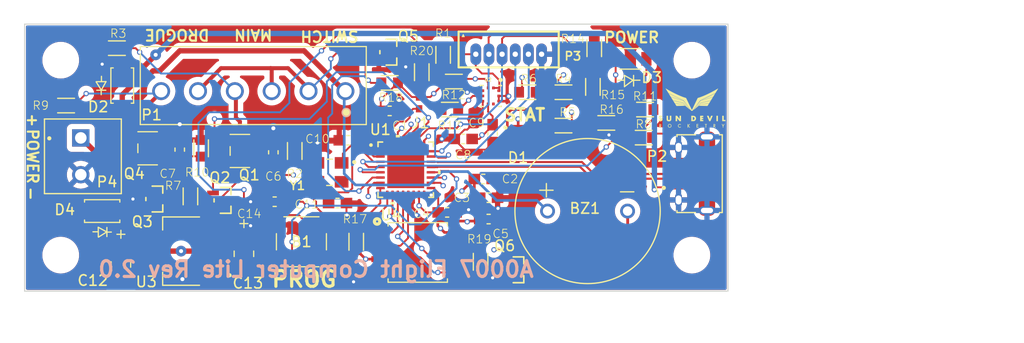
<source format=kicad_pcb>
(kicad_pcb (version 20221018) (generator pcbnew)
  (layers (0 "F.Cu" signal) (1 "In1.Cu" signal) (2 "In2.Cu" signal) (31 "B.Cu" signal) (34 "B.Paste" user) (35 "F.Paste" user) (36 "B.SilkS" user "B.Silkscreen") (37 "F.SilkS" user "F.Silkscreen") (38 "B.Mask" user) (39 "F.Mask" user) (44 "Edge.Cuts" user))
  (net 0 "")
  (net 1 "Net-(BZ1-Pad2)")
  (net 3 "NRST")
  (net 5 "Earth")
  (net 6 "Net-(D3-Pad1)")
  (net 7 "PROG")
  (net 8 "Net-(D4-Pad2)")
  (net 9 "BEEP")
  (net 10 "3.3V")
  (net 11 "VIN")
  (net 12 "Net-(P1-Pad4)")
  (net 13 "OSC_IN")
  (net 14 "OSC_OUT")
  (net 15 "Net-(P1-Pad6)")
  (net 16 "5V")
  (net 17 "DROGUE")
  (net 18 "MAIN")
  (net 19 "Net-(D1-Pad2)")
  (net 20 "Net-(D1-Pad3)")
  (net 21 "Net-(D1-Pad4)")
  (net 22 "USB_D-")
  (net 23 "USB_D+")
  (net 27 "BOOT")
  (net 28 "SWDIO")
  (net 29 "SWCLK")
  (net 31 "SWO")
  (net 32 "VIN_SW")
  (net 35 "STATUS_B")
  (net 36 "STATUS_G")
  (net 37 "STATUS_R")
  (net 38 "~{FLASH_SS}")
  (net 39 "USB_DETECT")
  (net 40 "FLASH_SCK")
  (net 41 "~{SWITCH}")
  (net 42 "BP_SCL")
  (net 43 "BP_SDA")
  (net 44 "~{MAIN_CONT}")
  (net 45 "~{DROGUE_CONT}")
  (net 47 "FLASH_MISO")
  (net 48 "FLASH_MOSI")
  (footprint "Flight-Computer:SML-LX1206GC-TR" (layer "F.Cu") (at 208.407 88.392 180)
    (fp_text reference "D3")
    (fp_text value "SML-LX1206GC-TR" hide)
  )
  (footprint "Flight-Computer-Lite:logo_small" (layer "F.Cu") (at 214.249 92.964)
    (fp_text reference "LOGO1" hide)
    (fp_text value "Logo" hide)
  )
  (footprint "Flight-Computer-Lite:CAP_0603" (layer "F.Cu") (at 185.547 93.345)
    (fp_text reference "C1")
    (fp_text value "0.1uF")
  )
  (footprint "Flight-Computer-Lite:RES_0603" (layer "F.Cu") (at 185.547 90.678)
    (fp_text reference "R18")
    (fp_text value "10k")
  )
  (footprint "Flight-Computer-Lite:CLMVC-FKA-CL1D1L71BB7C3C3" (layer "F.Cu") (at 198.501 95.631)
    (fp_text reference "D1")
    (fp_text value "CLMVC-FKA-CL1D1L71BB7C3C3")
  )
  (footprint "Flight-Computer-Lite:RES_0603" (layer "F.Cu") (at 182.372 105.791 -90)
    (fp_text reference "R17")
    (fp_text value "10k")
  )
  (footprint "Flight-Computer-Lite:53047-0610" (layer "F.Cu") (at 196.85 87.953 180)
    (fp_text reference "P3")
    (fp_text value "0530470610")
  )
  (footprint "Flight-Computer-Lite:1984659" (layer "F.Cu") (at 181.343152 91.464401 180)
    (fp_text reference "P1")
    (fp_text value "CONN_1984659_PXC" hide)
  )
  (footprint "Flight-Computer-Lite:SM5819PL-TP" (layer "F.Cu") (at 160.147 90.932 90)
    (fp_text reference "D2")
    (fp_text value "SM5819PL-TP" hide)
  )
  (footprint "Flight-Computer-Lite:T491A106K010AT" (layer "F.Cu") (at 171.704 106.934 -90)
    (fp_text reference "C13")
    (fp_text value "10uF" hide)
  )
  (footprint "Flight-Computer-Lite:CAP_0603" (layer "F.Cu") (at 174.498 97.282 90)
    (fp_text reference "C6")
    (fp_text value "1uF")
  )
  (footprint "Flight-Computer-Lite:CAP_0603" (layer "F.Cu") (at 195.326 95.504 -90)
    (fp_text reference "C9")
    (fp_text value "0.1uF")
  )
  (footprint "Flight-Computer-Lite:CAP_0603" (layer "F.Cu") (at 191.008 102.997)
    (fp_text reference "C4")
    (fp_text value "0.01uF")
  )
  (footprint "Flight-Computer-Lite:ECS-240-18-33-JGN-TR" (layer "F.Cu") (at 179.832 99.187 180)
    (fp_text reference "Y1")
    (fp_text value "ECS-240-18-33-JGN-TR")
  )
  (footprint "Flight-Computer-Lite:2N7002W-7-F" (layer "F.Cu") (at 197.485 108.458 -90)
    (fp_text reference "Q6")
    (fp_text value "2N7002W-7-F")
  )
  (footprint "Flight-Computer-Lite:CAP_0603" (layer "F.Cu") (at 180.594 102.108)
    (fp_text reference "C11")
    (fp_text value "8pF")
  )
  (footprint "Flight-Computer-Lite:MountingHole_3mm" (layer "F.Cu") (at 214.249 107.061)
    (fp_text reference "H2" hide)
    (fp_text value "Mounting-Hole" hide)
  )
  (footprint "Flight-Computer-Lite:2N7002W-7-F" (layer "F.Cu") (at 169.672 101.854 -90)
    (fp_text reference "Q2")
    (fp_text value "2N7002W-7-F")
  )
  (footprint "Flight-Computer-Lite:RES_0603" (layer "F.Cu") (at 176.53 97.155 -90)
    (fp_text reference "R2")
    (fp_text value "100k")
  )
  (footprint "Flight-Computer-Lite:CAP_0603" (layer "F.Cu") (at 194.945 103.632)
    (fp_text reference "C5")
    (fp_text value "1uF")
  )
  (footprint "Flight-Computer-Lite:MountingHole_3mm" (layer "F.Cu") (at 154.305 107.061)
    (fp_text reference "H3" hide)
    (fp_text value "Mounting-Hole")
  )
  (footprint "Flight-Computer-Lite:2N7002W-7-F" (layer "F.Cu") (at 185.42 87.757 -90)
    (fp_text reference "Q5")
    (fp_text value "2N7002W-7-F")
  )
  (footprint "Flight-Computer-Lite:10118194-0001LF" (layer "F.Cu") (at 215.6835 99.314 90)
    (fp_text reference "P2")
    (fp_text value "USB")
  )
  (footprint "Flight-Computer-Lite:SST25VF040B-50-4I-S2AE-T" (layer "F.Cu") (at 188.214 106.807)
    (fp_text reference "U4")
    (fp_text value "SST25VF040B-50-4I-S2AE-T" hide)
  )
  (footprint "Flight-Computer-Lite:SM5819PL-TP" (layer "F.Cu") (at 158.242 102.87 180)
    (fp_text reference "D4")
    (fp_text value "SM5819PL-TP" hide)
  )
  (footprint "Flight-Computer-Lite:Jumper-NO" (layer "F.Cu") (at 188.341 92.583 -90)
    (fp_text reference "J1")
    (fp_text value "Jumper_NO" hide)
  )
  (footprint "Flight-Computer-Lite:RES_0603" (layer "F.Cu") (at 202.057 94.742 180)
    (fp_text reference "R5")
    (fp_text value "82")
  )
  (footprint "Flight-Computer-Lite:RES_0603" (layer "F.Cu") (at 204.978 87.376 -90)
    (fp_text reference "R14")
    (fp_text value "100k")
  )
  (footprint "Flight-Computer-Lite:RES_0603" (layer "F.Cu") (at 191.643 90.551 180)
    (fp_text reference "R12")
    (fp_text value "4.7k")
  )
  (footprint "Flight-Computer-Lite:BMP390" (layer "F.Cu") (at 195.199 91.948)
    (fp_text reference "U2")
    (fp_text value "BMP390")
  )
  (footprint "Flight-Computer-Lite:QS5U17TR" (layer "F.Cu") (at 162.56 96.901 180)
    (fp_text reference "Q4")
    (fp_text value "QS5U17TR" hide)
  )
  (footprint "Flight-Computer-Lite:2N7002W-7-F" (layer "F.Cu") (at 163.195 101.727 -90)
    (fp_text reference "Q3")
    (fp_text value "2N7002W-7-F")
  )
  (footprint "Flight-Computer-Lite:RES_0603" (layer "F.Cu") (at 198.628 91.567)
    (fp_text reference "R6")
    (fp_text value "280")
  )
  (footprint "Flight-Computer-Lite:MountingHole_3mm" (layer "F.Cu") (at 214.249 88.519)
    (fp_text reference "H1" hide)
    (fp_text value "Mounting-Hole")
  )
  (footprint "Flight-Computer-Lite:PTS647SM38SMTR2LFS" (layer "F.Cu") (at 177.165 105.791)
    (fp_text reference "B1")
    (fp_text value "PTS647SM38SMTR2LFS" hide)
  )
  (footprint "Flight-Computer-Lite:RES_0603" (layer "F.Cu") (at 194.183 107.696 90)
    (fp_text reference "R19")
    (fp_text value "10k")
  )
  (footprint "Flight-Computer-Lite:1546551-2" (layer "F.Cu") (at 156.21 97.663 -90)
    (fp_text reference "P4")
    (fp_text value "1546551-2")
  )
  (footprint "Flight-Computer-Lite:QS5U17TR" (layer "F.Cu") (at 171.323 97.155 180)
    (fp_text reference "Q1")
    (fp_text value "QS5U17TR" hide)
  )
  (footprint "Flight-Computer-Lite:AT-1438-TWT-R" (layer "F.Cu") (at 204.343 102.87)
    (fp_text reference "BZ1")
    (fp_text value "AT-1438-TWT-R")
  )
  (footprint "Flight-Computer-Lite:RES_0603" (layer "F.Cu") (at 206.121 94.488)
    (fp_text reference "R16")
    (fp_text value "240")
  )
  (footprint "Flight-Computer-Lite:CAP_0603" (layer "F.Cu") (at 194.437 99.822)
    (fp_text reference "C2")
    (fp_text value "0.1uF")
  )
  (footprint "Flight-Computer-Lite:RES_0603" (layer "F.Cu") (at 209.677 95.885)
    (fp_text reference "R8")
    (fp_text value "10k")
  )
  (footprint "Flight-Computer-Lite:T491A106K010AT" (layer "F.Cu") (at 160.02 107.95 -90)
    (fp_text reference "C12")
    (fp_text value "10uF" hide)
  )
  (footprint "Flight-Computer-Lite:CAP_0603" (layer "F.Cu") (at 192.532 96.012 180)
    (fp_text reference "C8")
    (fp_text value "0.1uF")
  )
  (footprint "Flight-Computer-Lite:CAP_0603" (layer "F.Cu") (at 181.61 96.139 180)
    (fp_text reference "C10")
    (fp_text value "8pF")
  )
  (footprint "Flight-Computer-Lite:RES_0603" (layer "F.Cu") (at 159.639 87.376)
    (fp_text reference "R3")
    (fp_text value "10k")
  )
  (footprint "Flight-Computer-Lite:LMS8117AMP-3.3NOPB" (layer "F.Cu") (at 165.735 106.68 180)
    (fp_text reference "U3")
    (fp_text value "LMS8117AMP-3.3_NOPB")
  )
  (footprint "Flight-Computer-Lite:RES_0603" (layer "F.Cu") (at 191.262 93.218 180)
    (fp_text reference "R13")
    (fp_text value "4.7k")
  )
  (footprint "Flight-Computer-Lite:RES_0603" (layer "F.Cu") (at 167.64 96.901 -90)
    (fp_text reference "R10")
    (fp_text value "100k")
  )
  (footprint "Flight-Computer-Lite:RES_0603" (layer "F.Cu") (at 204.851 91.059 -90)
    (fp_text reference "R15")
    (fp_text value "100k")
  )
  (footprint "Flight-Computer-Lite:RES_0603" (layer "F.Cu") (at 190.627 88.011 -90)
    (fp_text reference "R1")
    (fp_text value "10k")
  )
  (footprint "Flight-Computer-Lite:RES_0603" (layer "F.Cu") (at 166.624 101.473 -90)
    (fp_text reference "R7")
    (fp_text value "10k")
  )
  (footprint "Flight-Computer-Lite:RES_0603" (layer "F.Cu") (at 202.057 91.567)
    (fp_text reference "R4")
    (fp_text value "68")
  )
  (footprint "Flight-Computer-Lite:CAP_0603" (layer "F.Cu") (at 194.945 101.6)
    (fp_text reference "C3")
    (fp_text value "4.7uF")
  )
  (footprint "Flight-Computer-Lite:RES_0603" (layer "F.Cu") (at 209.804 93.218)
    (fp_text reference "R11")
    (fp_text value "20k")
  )
  (footprint "Flight-Computer-Lite:CAP_0603" (layer "F.Cu") (at 165.608 97.028 90)
    (fp_text reference "C7")
    (fp_text value "1uF")
  )
  (footprint "Flight-Computer-Lite:STM32G4A1KEU6" (layer "F.Cu") (at 187.071 98.933)
    (fp_text reference "U1")
    (fp_text value "STM32G4A1KEU6")
  )
  (footprint "Flight-Computer-Lite:CAP_0603" (layer "F.Cu") (at 174.625 101.981 180)
    (fp_text reference "C14")
    (fp_text value "0.1uF")
  )
  (footprint "Flight-Computer-Lite:RES_0603" (layer "F.Cu") (at 188.595 89.662 90)
    (fp_text reference "R20")
    (fp_text value "10k")
  )
  (footprint "Flight-Computer-Lite:MountingHole_3mm" (layer "F.Cu") (at 154.305 88.519)
    (fp_text reference "H4" hide)
    (fp_text value "Mounting-Hole" hide)
  )
  (footprint "Flight-Computer-Lite:RES_0603" (layer "F.Cu") (at 154.813 92.837)
    (fp_text reference "R9")
    (fp_text value "10k")
  )
  (gr_line (start 217.678 110.49) (end 150.876 110.49) (stroke (width 0.1)) (layer "Edge.Cuts"))
  (gr_line (start 150.876 85.09) (end 217.678 85.09) (stroke (width 0.1)) (layer "Edge.Cuts"))
  (gr_line (start 150.876 110.49) (end 150.876 85.09) (stroke (width 0.1)) (layer "Edge.Cuts"))
  (gr_line (start 217.678 85.09) (end 217.678 110.49) (stroke (width 0.1)) (layer "Edge.Cuts"))
  (gr_text "A0007 Flight Computer Lite Rev 2.0" (at 199.39 108.4072) (layer "B.SilkS") (effects (font (size 1.5 1.5) (thickness 0.3)) (justify left mirror)))
  (gr_text "PROG" (at 177.419 109.347) (layer "F.SilkS") (effects (font (size 1.5 1.5) (thickness 0.3))))
  (gr_text "DROGUE" (at 165.354 86.106 180) (layer "F.SilkS") (effects (font (size 1.016 1.016) (thickness 0.2032))))
  (gr_text "POWER" (at 208.534 86.36) (layer "F.SilkS") (effects (font (size 1.016 1.016) (thickness 0.2032))))
  (gr_text "STAT" (at 198.374 93.726) (layer "F.SilkS") (effects (font (size 1.143 1.143) (thickness 0.254))))
  (gr_text "MAIN" (at 172.593 86.106 180) (layer "F.SilkS") (effects (font (size 1.016 1.016) (thickness 0.2032))))
  (gr_text "SWITCH" (at 179.832 86.233 180) (layer "F.SilkS") (effects (font (size 1.016 1.016) (thickness 0.2032))))
  (gr_text "+" (at 151.638 94.234 270) (layer "F.SilkS") (effects (font (size 1.016 1.016) (thickness 0.2032))))
  (gr_text "-" (at 151.511 101.219 270) (layer "F.SilkS") (effects (font (size 1.016 1.016) (thickness 0.2032))))
  (gr_text "POWER" (at 151.638 97.663 270) (layer "F.SilkS") (effects (font (size 1.016 1.016) (thickness 0.2032))))
  (segment (start 204.724 108.458) (end 208.153 105.029) (width 0.2667) (layer "F.Cu") (net 1))
  (segment (start 208.153 105.029) (end 208.153 102.87) (width 0.2667) (layer "F.Cu") (net 1))
  (segment (start 198.385 108.458) (end 204.724 108.458) (width 0.2667) (layer "F.Cu") (net 1))
  (segment (start 183.518937 98.682937) (end 183.007 98.171) (width 0.1778) (layer "F.Cu") (net 3))
  (segment (start 184.6707 98.682937) (end 183.518937 98.682937) (width 0.1778) (layer "F.Cu") (net 3))
  (via (at 183.007 98.171) (size 0.499999) (drill 0.299974) (layers "F.Cu" "B.Cu") (net 3))
  (segment (start 198.755 92.075) (end 192.659 98.171) (width 0.1778) (layer "B.Cu") (net 3))
  (segment (start 198.755 87.884) (end 198.755 92.075) (width 0.1778) (layer "B.Cu") (net 3))
  (segment (start 192.659 98.171) (end 183.007 98.171) (width 0.1778) (layer "B.Cu") (net 3))
  (segment (start 168.771999 102.554001) (end 170.626001 102.554001) (width 0.1778) (layer "F.Cu") (net 5))
  (segment (start 185.293 94.488) (end 185.293 96.266) (width 0.1778) (layer "F.Cu") (net 5))
  (segment (start 187.071 89.154) (end 187.071 89.027) (width 0.1778) (layer "F.Cu") (net 5))
  (segment (start 191.682 96.012) (end 191.682 96.051) (width 0.1778) (layer "F.Cu") (net 5))
  (segment (start 186.563 88.519) (end 184.785 88.519) (width 0.1778) (layer "F.Cu") (net 5))
  (segment (start 205.331 95.349) (end 205.613 95.631) (width 0.1778) (layer "F.Cu") (net 5))
  (segment (start 154.023 92.837) (end 154.023 97.381) (width 0.1778) (layer "F.Cu") (net 5))
  (segment (start 184.5691 108.712) (end 183.007 108.712) (width 0.254) (layer "F.Cu") (net 5))
  (segment (start 172.339 104.267) (end 174.117 104.267) (width 0.1778) (layer "F.Cu") (net 5))
  (segment (start 158.849 88.293) (end 158.242 88.9) (width 0.1778) (layer "F.Cu") (net 5))
  (segment (start 209.014 94.008) (end 207.391 95.631) (width 0.1778) (layer "F.Cu") (net 5))
  (segment (start 194.183 108.486) (end 194.211 108.486) (width 0.1778) (layer "F.Cu") (net 5))
  (segment (start 174.498 96.432) (end 175.387 96.432) (width 0.1778) (layer "F.Cu") (net 5))
  (segment (start 160.02 109.2708) (end 165.7858 109.2708) (width 0.381) (layer "F.Cu") (net 5))
  (segment (start 195.795 102.655) (end 195.795 103.466) (width 0.254) (layer "F.Cu") (net 5))
  (segment (start 195.795 100.291) (end 195.58 100.076) (width 0.254) (layer "F.Cu") (net 5))
  (segment (start 165.9382 109.2708) (end 168.0972 109.2708) (width 0.381) (layer "F.Cu") (net 5))
  (segment (start 189.4713 101.3333) (end 189.484 101.346) (width 0.1778) (layer "F.Cu") (net 5))
  (segment (start 178.689 96.393) (end 178.717 96.365) (width 0.1778) (layer "F.Cu") (net 5))
  (segment (start 195.795 101.6) (end 195.795 100.291) (width 0.254) (layer "F.Cu") (net 5))
  (segment (start 166.585 96.178) (end 167.601 96.178) (width 0.1778) (layer "F.Cu") (net 5))
  (segment (start 187.821189 102.065811) (end 187.706 102.181) (width 0.254) (layer "F.Cu") (net 5))
  (segment (start 188.087 102.924001) (end 188.087 103.251) (width 0.254) (layer "F.Cu") (net 5))
  (segment (start 175.387 96.432) (end 175.475 96.432) (width 0.1778) (layer "F.Cu") (net 5))
  (segment (start 162.294999 102.427001) (end 161.863001 102.427001) (width 0.1778) (layer "F.Cu") (net 5))
  (segment (start 195.326 109.22) (end 196.342 109.22) (width 0.1778) (layer "F.Cu") (net 5))
  (segment (start 195.9112 91.9226) (end 195.9112 92.2792) (width 0.1778) (layer "F.Cu") (net 5))
  (segment (start 194.691 97.028) (end 194.945 96.774) (width 0.1778) (layer "F.Cu") (net 5))
  (segment (start 186.397 92.368) (end 186.436 92.329) (width 0.1778) (layer "F.Cu") (net 5))
  (segment (start 173.736 97.155) (end 174.498 96.393) (width 0.381) (layer "F.Cu") (net 5))
  (segment (start 196.85 91.948) (end 196.723 91.9226) (width 0.1778) (layer "F.Cu") (net 5))
  (segment (start 178.717 96.365) (end 180.312 96.365) (width 0.1778) (layer "F.Cu") (net 5))
  (segment (start 170.626001 102.554001) (end 172.339 104.267) (width 0.1778) (layer "F.Cu") (net 5))
  (segment (start 180.312 96.365) (end 180.34 96.393) (width 0.1778) (layer "F.Cu") (net 5))
  (segment (start 168.0972 109.2708) (end 168.275 109.093) (width 0.381) (layer "F.Cu") (net 5))
  (segment (start 186.436 92.329) (end 186.397 92.29) (width 0.1778) (layer "F.Cu") (net 5))
  (segment (start 158.849 87.376) (end 158.849 88.293) (width 0.1778) (layer "F.Cu") (net 5))
  (segment (start 176.53 96.365) (end 178.661 96.365) (width 0.1778) (layer "F.Cu") (net 5))
  (segment (start 165.608 96.178) (end 166.585 96.178) (width 0.1778) (layer "F.Cu") (net 5))
  (segment (start 183.007 108.712) (end 182.118 109.601) (width 0.254) (layer "F.Cu") (net 5))
  (segment (start 172.59935 97.155) (end 173.736 97.155) (width 0.381) (layer "F.Cu") (net 5))
  (segment (start 207.391 95.631) (end 206.375 95.631) (width 0.1778) (layer "F.Cu") (net 5))
  (segment (start 187.706 102.181) (end 187.706 102.543001) (width 0.254) (layer "F.Cu") (net 5))
  (segment (start 196.6722 91.9226) (end 196.85 91.948) (width 0.1778) (layer "F.Cu") (net 5))
  (segment (start 192.786 102.997) (end 193.04 102.743) (width 0.254) (layer "F.Cu") (net 5))
  (segment (start 194.3862 92.4226) (end 194.3862 93.6498) (width 0.1778) (layer "F.Cu") (net 5))
  (segment (start 194.3862 91.4226) (end 193.1844 91.4226) (width 0.1778) (layer "F.Cu") (net 5))
  (segment (start 192.659 97.028) (end 194.691 97.028) (width 0.1778) (layer "F.Cu") (net 5))
  (segment (start 186.397 93.345) (end 186.397 92.368) (width 0.1778) (layer "F.Cu") (net 5))
  (segment (start 196.723 91.9226) (end 196.6976 91.9226) (width 0.1778) (layer "F.Cu") (net 5))
  (segment (start 206.375 95.631) (end 205.613 95.631) (width 0.1778) (layer "F.Cu") (net 5))
  (segment (start 187.071 89.027) (end 186.563 88.519) (width 0.1778) (layer "F.Cu") (net 5))
  (segment (start 188.496 90.452) (end 187.198 89.154) (width 0.1778) (layer "F.Cu") (net 5))
  (segment (start 192.913 95.123) (end 192.659 95.123) (width 0.1778) (layer "F.Cu") (net 5))
  (segment (start 194.3862 93.6498) (end 192.913 95.123) (width 0.1778) (layer "F.Cu") (net 5))
  (segment (start 168.635 108.98) (end 170.674 108.98) (width 0.508) (layer "F.Cu") (net 5))
  (segment (start 167.601 96.178) (end 167.64 96.139) (width 0.1778) (layer "F.Cu") (net 5))
  (segment (start 194.211 108.486) (end 194.945 109.22) (width 0.1778) (layer "F.Cu") (net 5))
  (segment (start 170.674 108.98) (end 171.196 108.458) (width 0.508) (layer "F.Cu") (net 5))
  (segment (start 194.945 109.22) (end 195.326 109.22) (width 0.1778) (layer "F.Cu") (net 5))
  (segment (start 192.659 95.123) (end 192.024 95.758) (width 0.1778) (layer "F.Cu") (net 5))
  (segment (start 188.595 90.452) (end 188.496 90.452) (width 0.1778) (layer "F.Cu") (net 5))
  (segment (start 176.745 96.432) (end 176.784 96.393) (width 0.1778) (layer "F.Cu") (net 5))
  (segment (start 161.863001 102.427001) (end 161.163 101.727) (width 0.1778) (layer "F.Cu") (net 5))
  (segment (start 195.795 101.6) (end 195.795 102.577) (width 0.254) (layer "F.Cu") (net 5))
  (segment (start 173.775 101.981) (end 172.339 101.981) (width 0.1778) (layer "F.Cu") (net 5))
  (segment (start 163.83635 96.901) (end 164.973 96.901) (width 0.381) (layer "F.Cu") (net 5))
  (segment (start 175.387 96.432) (end 176.237 96.432) (width 0.1778) (layer "F.Cu") (net 5))
  (segment (start 186.397 92.29) (end 186.397 92.241) (width 0.1778) (layer "F.Cu") (net 5))
  (segment (start 154.023 97.381) (end 155.956 99.314) (width 0.1778) (layer "F.Cu") (net 5))
  (segment (start 187.821189 101.3333) (end 187.821189 102.065811) (width 0.254) (layer "F.Cu") (net 5))
  (segment (start 174.498 96.393) (end 174.498 94.996) (width 0.381) (layer "F.Cu") (net 5))
  (segment (start 205.331 94.488) (end 205.331 95.349) (width 0.1778) (layer "F.Cu") (net 5))
  (segment (start 186.397 93.345) (end 186.397 93.384) (width 0.1778) (layer "F.Cu") (net 5))
  (segment (start 191.858 102.997) (end 192.786 102.997) (width 0.254) (layer "F.Cu") (net 5))
  (segment (start 164.973 96.901) (end 165.608 96.266) (width 0.381) (layer "F.Cu") (net 5))
  (segment (start 186.397 93.384) (end 185.293 94.488) (width 0.1778) (layer "F.Cu") (net 5))
  (segment (start 195.834 102.616) (end 195.795 102.655) (width 0.254) (layer "F.Cu") (net 5))
  (segment (start 191.682 96.012) (end 190.5 96.012) (width 0.1778) (layer "F.Cu") (net 5))
  (segment (start 193.1844 91.4226) (end 192.913 91.567) (width 0.1778) (layer "F.Cu") (net 5))
  (segment (start 188.821441 101.3333) (end 189.4713 101.3333) (width 0.1778) (layer "F.Cu") (net 5))
  (segment (start 178.661 96.365) (end 178.689 96.393) (width 0.1778) (layer "F.Cu") (net 5))
  (segment (start 195.795 102.577) (end 195.834 102.616) (width 0.254) (layer "F.Cu") (net 5))
  (segment (start 209.014 93.218) (end 209.014 94.008) (width 0.1778) (layer "F.Cu") (net 5))
  (segment (start 192.913 91.567) (end 193.04 91.567) (width 0.1778) (layer "F.Cu") (net 5))
  (segment (start 195.9112 91.9226) (end 196.6722 91.9226) (width 0.1778) (layer "F.Cu") (net 5))
  (segment (start 187.198 89.154) (end 187.071 89.154) (width 0.1778) (layer "F.Cu") (net 5))
  (segment (start 181.444 102.108) (end 181.444 103.212) (width 0.1778) (layer "F.Cu") (net 5))
  (segment (start 187.706 102.543001) (end 188.087 102.924001) (width 0.254) (layer "F.Cu") (net 5))
  (segment (start 165.862 109.347) (end 165.9382 109.2708) (width 0.381) (layer "F.Cu") (net 5))
  (segment (start 195.795 103.466) (end 195.834 103.505) (width 0.254) (layer "F.Cu") (net 5))
  (segment (start 191.682 96.051) (end 192.659 97.028) (width 0.1778) (layer "F.Cu") (net 5))
  (segment (start 165.608 96.266) (end 165.608 94.615) (width 0.381) (layer "F.Cu") (net 5))
  (segment (start 165.7858 109.2708) (end 165.862 109.347) (width 0.381) (layer "F.Cu") (net 5))
  (segment (start 181.444 103.212) (end 181.483 103.251) (width 0.1778) (layer "F.Cu") (net 5))
  (via (at 161.163 101.727) (size 0.499999) (drill 0.299974) (layers "F.Cu" "B.Cu") (net 5))
  (via (at 196.85 91.948) (size 0.499999) (drill 0.299974) (layers "F.Cu" "B.Cu") (net 5))
  (via (at 181.483 103.251) (size 0.499999) (drill 0.299974) (layers "F.Cu" "B.Cu") (net 5))
  (via (at 189.484 101.346) (size 0.499999) (drill 0.299974) (layers "F.Cu" "B.Cu") (net 5))
  (via (at 193.04 102.743) (size 0.499999) (drill 0.299974) (layers "F.Cu" "B.Cu") (net 5))
  (via (at 190.5 96.012) (size 0.499999) (drill 0.299974) (layers "F.Cu" "B.Cu") (net 5))
  (via (at 174.498 94.996) (size 1.016) (drill 0.381) (layers "F.Cu" "B.Cu") (net 5))
  (via (at 182.118 109.601) (size 0.499999) (drill 0.299974) (layers "F.Cu" "B.Cu") (net 5))
  (via (at 186.436 92.329) (size 0.499999) (drill 0.299974) (layers "F.Cu" "B.Cu") (net 5))
  (via (at 192.913 91.567) (size 0.499999) (drill 0.299974) (layers "F.Cu" "B.Cu") (net 5))
  (via (at 187.071 89.154) (size 0.499999) (drill 0.299974) (layers "F.Cu" "B.Cu") (net 5))
  (via (at 172.339 101.981) (size 0.499999) (drill 0.299974) (layers "F.Cu" "B.Cu") (net 5))
  (via (at 165.862 109.347) (size 1.016) (drill 0.381) (layers "F.Cu" "B.Cu") (net 5))
  (via (at 195.326 109.22) (size 0.499999) (drill 0.299974) (layers "F.Cu" "B.Cu") (net 5))
  (via (at 178.689 96.393) (size 0.499999) (drill 0.299974) (layers "F.Cu" "B.Cu") (net 5))
  (via (at 206.375 95.631) (size 0.499999) (drill 0.299974) (layers "F.Cu" "B.Cu") (net 5))
  (via (at 188.087 103.251) (size 0.499999) (drill 0.299974) (layers "F.Cu" "B.Cu") (net 5))
  (via (at 165.608 94.615) (size 1.016) (drill 0.381) (layers "F.Cu" "B.Cu") (net 5))
  (via (at 158.242 88.9) (size 0.499999) (drill 0.299974) (layers "F.Cu" "B.Cu") (net 5))
  (via (at 172.339 104.267) (size 0.499999) (drill 0.299974) (layers "F.Cu" "B.Cu") (net 5))
  (via (at 195.834 102.616) (size 0.499999) (drill 0.299974) (layers "F.Cu" "B.Cu") (net 5))
  (segment (start 209.931 89.916) (end 209.931 88.646) (width 0.1778) (layer "F.Cu") (net 6))
  (segment (start 206.911 94.488) (end 206.911 92.936) (width 0.1778) (layer "F.Cu") (net 6))
  (segment (start 206.911 92.936) (end 209.931 89.916) (width 0.1778) (layer "F.Cu") (net 6))
  (segment (start 176.276 106.807) (end 176.276 105.791) (width 0.1778) (layer "F.Cu") (net 7))
  (segment (start 190.365126 99.06) (end 191.135 99.06) (width 0.1778) (layer "F.Cu") (net 7))
  (segment (start 189.4713 99.183063) (end 190.242063 99.183063) (width 0.1778) (layer "F.Cu") (net 7))
  (segment (start 191.135 99.06) (end 191.897 99.822) (width 0.1778) (layer "F.Cu") (net 7))
  (segment (start 177.292 101.981) (end 177.673 102.362) (width 0.1778) (layer "F.Cu") (net 7))
  (segment (start 174.465 107.390999) (end 175.692001 107.390999) (width 0.1778) (layer "F.Cu") (net 7))
  (segment (start 175.475 101.981) (end 177.292 101.981) (width 0.1778) (layer "F.Cu") (net 7))
  (segment (start 190.242063 99.183063) (end 190.365126 99.06) (width 0.1778) (layer "F.Cu") (net 7))
  (segment (start 175.692001 107.390999) (end 176.276 106.807) (width 0.1778) (layer "F.Cu") (net 7))
  (via (at 176.276 105.791) (size 0.499999) (drill 0.299974) (layers "F.Cu" "B.Cu") (net 7))
  (via (at 177.673 102.362) (size 0.499999) (drill 0.299974) (layers "F.Cu" "B.Cu") (net 7))
  (via (at 191.897 99.822) (size 0.499999) (drill 0.299974) (layers "F.Cu" "B.Cu") (net 7))
  (segment (start 191.897 99.822) (end 191.897 100.711) (width 0.1778) (layer "B.Cu") (net 7))
  (segment (start 185.674 102.362) (end 177.673 102.362) (width 0.1778) (layer "B.Cu") (net 7))
  (segment (start 176.276 103.759) (end 176.276 105.791) (width 0.1778) (layer "B.Cu") (net 7))
  (segment (start 191.897 100.711) (end 188.468 104.14) (width 0.1778) (layer "B.Cu") (net 7))
  (segment (start 187.452 104.14) (end 185.674 102.362) (width 0.1778) (layer "B.Cu") (net 7))
  (segment (start 177.673 102.362) (end 176.276 103.759) (width 0.1778) (layer "B.Cu") (net 7))
  (segment (start 188.468 104.14) (end 187.452 104.14) (width 0.1778) (layer "B.Cu") (net 7))
  (segment (start 156.4005 102.87) (end 157.099 102.87) (width 0.508) (layer "F.Cu") (net 8))
  (segment (start 157.988 97.663) (end 156.337 96.012) (width 0.508) (layer "F.Cu") (net 8))
  (segment (start 157.099 102.87) (end 157.988 101.981) (width 0.508) (layer "F.Cu") (net 8))
  (segment (start 157.988 101.981) (end 157.988 97.663) (width 0.508) (layer "F.Cu") (net 8))
  (segment (start 184.6707 100.183315) (end 184.072326 100.183315) (width 0.1778) (layer "F.Cu") (net 9))
  (segment (start 195.453 106.553) (end 196.215 106.553) (width 0.1778) (layer "F.Cu") (net 9))
  (segment (start 184.072326 100.183315) (end 183.515 100.740641) (width 0.1778) (layer "F.Cu") (net 9))
  (segment (start 196.596 106.934) (end 196.596 107.696) (width 0.1778) (layer "F.Cu") (net 9))
  (segment (start 183.515 100.740641) (end 183.515 101.473) (width 0.1778) (layer "F.Cu") (net 9))
  (segment (start 196.215 106.553) (end 196.596 106.934) (width 0.1778) (layer "F.Cu") (net 9))
  (via (at 183.515 101.473) (size 0.499999) (drill 0.299974) (layers "F.Cu" "B.Cu") (net 9))
  (via (at 195.453 106.553) (size 0.499999) (drill 0.299974) (layers "F.Cu" "B.Cu") (net 9))
  (segment (start 184.785 92.202) (end 184.785 92.202) (width 0.1778) (layer "F.Cu") (net 10))
  (segment (start 187.6552 92.0242) (end 186.69 91.059) (width 0.1778) (layer "F.Cu") (net 10))
  (segment (start 194.437 95.631) (end 195.072 94.996) (width 0.1778) (layer "F.Cu") (net 10))
  (segment (start 191.8589 106.0831) (end 191.77 106.172) (width 0.254) (layer "F.Cu") (net 10))
  (segment (start 189.738 91.694) (end 189.738 91.694) (width 0.1778) (layer "F.Cu") (net 10))
  (segment (start 194.095 101.6) (end 194.095 103.593) (width 0.254) (layer "F.Cu") (net 10))
  (segment (start 188.341 92.0242) (end 189.4078 92.0242) (width 0.1778) (layer "F.Cu") (net 10))
  (segment (start 190.754 104.902) (end 190.373 104.521) (width 0.254) (layer "F.Cu") (net 10))
  (segment (start 167.767 103.378) (end 170.434 103.378) (width 0.1778) (layer "F.Cu") (net 10))
  (segment (start 193.725 87.953) (end 193.725 89.204) (width 0.1778) (layer "F.Cu") (net 10))
  (segment (start 166.624 102.263) (end 166.652 102.263) (width 0.1778) (layer "F.Cu") (net 10))
  (segment (start 207.01 91.186) (end 207.01 89.916) (width 0.1778) (layer "F.Cu") (net 10))
  (segment (start 206.403 88.166) (end 206.629 88.392) (width 0.1778) (layer "F.Cu") (net 10))
  (segment (start 184.785 92.202) (end 185.928 91.059) (width 0.1778) (layer "F.Cu") (net 10))
  (segment (start 189.4078 92.0242) (end 189.738 91.694) (width 0.1778) (layer "F.Cu") (net 10))
  (segment (start 162.9156 105.8418) (end 162.8648 105.8926) (width 0.762) (layer "F.Cu") (net 10))
  (segment (start 191.8589 104.902) (end 190.754 104.902) (width 0.254) (layer "F.Cu") (net 10))
  (segment (start 188.976 102.997) (end 188.341 102.362) (width 0.1778) (layer "F.Cu") (net 10))
  (segment (start 194.31 95.758) (end 194.31 95.631) (width 0.1778) (layer "F.Cu") (net 10))
  (segment (start 192.975 103.824) (end 192.913 103.886) (width 0.254) (layer "F.Cu") (net 10))
  (segment (start 190.853 90.551) (end 190.853 88.801) (width 0.1778) (layer "F.Cu") (net 10))
  (segment (start 188.341 92.0242) (end 187.6552 92.0242) (width 0.1778) (layer "F.Cu") (net 10))
  (segment (start 190.158 101.131) (end 189.738 100.711) (width 0.1778) (layer "F.Cu") (net 10))
  (segment (start 204.851 91.849) (end 206.347 91.849) (width 0.1778) (layer "F.Cu") (net 10))
  (segment (start 165.735 106.68) (end 163.068 106.68) (width 0.508) (layer "F.Cu") (net 10))
  (segment (start 193.587 99.822) (end 193.587 101.131) (width 0.254) (layer "F.Cu") (net 10))
  (segment (start 197.751 95.081) (end 197.751 94.119) (width 0.25) (layer "F.Cu") (net 10))
  (segment (start 207.01 89.916) (end 207.01 88.392) (width 0.1778) (layer "F.Cu") (net 10))
  (segment (start 194.31 95.631) (end 194.437 95.631) (width 0.1778) (layer "F.Cu") (net 10))
  (segment (start 193.903 103.824) (end 192.975 103.824) (width 0.254) (layer "F.Cu") (net 10))
  (segment (start 192.913 103.886) (end 192.851 103.824) (width 0.254) (layer "F.Cu") (net 10))
  (segment (start 197.751 94.119) (end 197.739 94.107) (width 0.25) (layer "F.Cu") (net 10))
  (segment (start 188.341 102.362) (end 188.341 101.6) (width 0.1778) (layer "F.Cu") (net 10))
  (segment (start 189.738 91.694) (end 190.853 90.579) (width 0.1778) (layer "F.Cu") (net 10))
  (segment (start 195.3987 91.1601) (end 195.8599 91.1601) (width 0.1778) (layer "F.Cu") (net 10))
  (segment (start 171.069 104.013) (end 171.069 105.283) (width 0.1778) (layer "F.Cu") (net 10))
  (segment (start 170.434 106.68) (end 171.196 105.918) (width 0.508) (layer "F.Cu") (net 10))
  (segment (start 193.382 96.012) (end 194.056 96.012) (width 0.1778) (layer "F.Cu") (net 10))
  (segment (start 184.697 92.29) (end 184.785 92.202) (width 0.1778) (layer "F.Cu") (net 10))
  (segment (start 190.119 103.886) (end 190.119 103.124) (width 0.254) (layer "F.Cu") (net 10))
  (segment (start 193.725 89.204) (end 194.31 89.789) (width 0.1778) (layer "F.Cu") (net 10))
  (segment (start 183.261 107.442) (end 182.753 106.934) (width 0.254) (layer "F.Cu") (net 10))
  (segment (start 194.8987 92.6851) (end 194.8987 93.4257) (width 0.1778) (layer "F.Cu") (net 10))
  (segment (start 190.158 102.997) (end 188.976 102.997) (width 0.1778) (layer "F.Cu") (net 10))
  (segment (start 195.326 89.789) (end 195.961 90.424) (width 0.1778) (layer "F.Cu") (net 10))
  (segment (start 184.6707 93.4847) (end 184.658 93.472) (width 0.1778) (layer "F.Cu") (net 10))
  (segment (start 190.373 104.521) (end 190.119 104.267) (width 0.254) (layer "F.Cu") (net 10))
  (segment (start 190.181 103.824) (end 190.119 103.886) (width 0.254) (layer "F.Cu") (net 10))
  (segment (start 190.853 90.579) (end 190.853 90.551) (width 0.1778) (layer "F.Cu") (net 10))
  (segment (start 197.612 95.123) (end 197.739 94.996) (width 0.1778) (layer "F.Cu") (net 10))
  (segment (start 190.472 93.218) (end 190.472 93.317) (width 0.1778) (layer "F.Cu") (net 10))
  (segment (start 166.652 102.263) (end 167.767 103.378) (width 0.1778) (layer "F.Cu") (net 10))
  (segment (start 190.373 104.521) (end 190.373 104.521) (width 0.254) (layer "F.Cu") (net 10))
  (segment (start 194.095 103.593) (end 194.056 103.632) (width 0.254) (layer "F.Cu") (net 10))
  (segment (start 206.347 91.849) (end 207.01 91.186) (width 0.1778) (layer "F.Cu") (net 10))
  (segment (start 193.548 99.822) (end 192.405 100.965) (width 0.254) (layer "F.Cu") (net 10))
  (segment (start 193.587 101.131) (end 193.802 101.346) (width 0.254) (layer "F.Cu") (net 10))
  (segment (start 190.373 104.521) (end 190.373 104.521) (width 0.254) (layer "F.Cu") (net 10))
  (segment (start 195.961 91.059) (end 195.961 91.44) (width 0.1778) (layer "F.Cu") (net 10))
  (segment (start 184.785 92.202) (end 184.785 92.202) (width 0.1778) (layer "F.Cu") (net 10))
  (segment (start 195.326 93.853) (end 195.326 94.654) (width 0.1778) (layer "F.Cu") (net 10))
  (segment (start 191.8589 104.902) (end 191.8589 106.0831) (width 0.254) (layer "F.Cu") (net 10))
  (segment (start 184.6707 97.182559) (end 184.6707 93.4847) (width 0.1778) (layer "F.Cu") (net 10))
  (segment (start 184.697 93.345) (end 184.697 92.29) (width 0.1778) (layer "F.Cu") (net 10))
  (segment (start 190.158 102.997) (end 190.158 101.131) (width 0.1778) (layer "F.Cu") (net 10))
  (segment (start 194.31 89.789) (end 195.326 89.789) (width 0.1778) (layer "F.Cu") (net 10))
  (segment (start 194.056 96.012) (end 194.31 95.758) (width 0.1778) (layer "F.Cu") (net 10))
  (segment (start 168.635 106.68) (end 165.735 106.68) (width 0.508) (layer "F.Cu") (net 10))
  (segment (start 189.738 91.694) (end 189.738 91.694) (width 0.1778) (layer "F.Cu") (net 10))
  (segment (start 190.853 90.551) (end 190.853 92.738) (width 0.1778) (layer "F.Cu") (net 10))
  (segment (start 192.851 103.824) (end 190.181 103.824) (width 0.254) (layer "F.Cu") (net 10))
  (segment (start 204.978 88.166) (end 206.403 88.166) (width 0.1778) (layer "F.Cu") (net 10))
  (segment (start 193.587 99.822) (end 193.548 99.822) (width 0.254) (layer "F.Cu") (net 10))
  (segment (start 170.434 103.378) (end 171.069 104.013) (width 0.1778) (layer "F.Cu") (net 10))
  (segment (start 168.635 106.68) (end 170.434 106.68) (width 0.508) (layer "F.Cu") (net 10))
  (segment (start 195.961 90.424) (end 195.961 91.059) (width 0.1778) (layer "F.Cu") (net 10))
  (segment (start 194.095 103.632) (end 193.903 103.824) (width 0.254) (layer "F.Cu") (net 10))
  (segment (start 194.8987 93.4257) (end 195.326 93.853) (width 0.1778) (layer "F.Cu") (net 10))
  (segment (start 190.119 104.267) (end 190.119 103.886) (width 0.254) (layer "F.Cu") (net 10))
  (segment (start 184.5691 107.442) (end 183.261 107.442) (width 0.254) (layer "F.Cu") (net 10))
  (segment (start 191.574 87.953) (end 190.881 88.646) (width 0.1778) (layer "F.Cu") (net 10))
  (segment (start 193.725 87.953) (end 191.574 87.953) (width 0.1778) (layer "F.Cu") (net 10))
  (via (at 194.31 95.631) (size 0.499999) (drill 0.299974) (layers "F.Cu" "B.Cu") (net 10))
  (via (at 184.785 92.202) (size 0.499999) (drill 0.299974) (layers "F.Cu" "B.Cu") (net 10))
  (via (at 192.405 100.965) (size 0.499999) (drill 0.299974) (layers "F.Cu" "B.Cu") (net 10))
  (via (at 183.261 107.442) (size 0.499999) (drill 0.299974) (layers "F.Cu" "B.Cu") (net 10))
  (via (at 192.913 103.886) (size 0.499999) (drill 0.299974) (layers "F.Cu" "B.Cu") (net 10))
  (via (at 197.739 94.107) (size 0.499999) (drill 0.299974) (layers "F.Cu" "B.Cu") (net 10))
  (via (at 188.341 102.362) (size 0.499999) (drill 0.299974) (layers "F.Cu" "B.Cu") (net 10))
  (via (at 189.738 91.694) (size 0.499999) (drill 0.299974) (layers "F.Cu" "B.Cu") (net 10))
  (via (at 165.735 106.68) (size 1.016) (drill 0.381) (layers "F.Cu" "B.Cu") (net 10))
  (via (at 207.01 89.916) (size 0.499999) (drill 0.299974) (layers "F.Cu" "B.Cu") (net 10))
  (via (at 190.373 104.521) (size 0.499999) (drill 0.299974) (layers "F.Cu" "B.Cu") (net 10))
  (via (at 194.31 95.631) (size 0.499999) (drill 0.299974) (layers "F.Cu" "B.Cu") (net 10))
  (segment (start 165.975 104.38) (end 165.481 103.886) (width 0.508) (layer "F.Cu") (net 11))
  (segment (start 160.147 91.821) (end 161.808499 90.159501) (width 0.508) (layer "F.Cu") (net 11))
  (segment (start 160.0835 103.759) (end 160.0835 106.3625) (width 0.508) (layer "F.Cu") (net 11))
  (segment (start 160.147 92.7735) (end 160.147 91.821) (width 0.508) (layer "F.Cu") (net 11))
  (segment (start 159.258 100.711) (end 159.258 93.599) (width 0.508) (layer "F.Cu") (net 11))
  (segment (start 165.481 103.886) (end 160.2105 103.886) (width 0.508) (layer "F.Cu") (net 11))
  (segment (start 160.2105 103.886) (end 160.0835 103.759) (width 0.508) (layer "F.Cu") (net 11))
  (segment (start 159.258 93.599) (end 160.02 92.837) (width 0.508) (layer "F.Cu") (net 11))
  (segment (start 168.635 104.38) (end 165.975 104.38) (width 0.508) (layer "F.Cu") (net 11))
  (segment (start 161.808499 90.159501) (end 162.443499 90.159501) (width 0.508) (layer "F.Cu") (net 11))
  (segment (start 160.0835 102.87) (end 160.0835 101.5365) (width 0.508) (layer "F.Cu") (net 11))
  (segment (start 160.0835 106.3625) (end 160.147 106.426) (width 0.508) (layer "F.Cu") (net 11))
  (segment (start 160.0835 101.5365) (end 159.258 100.711) (width 0.508) (layer "F.Cu") (net 11))
  (segment (start 165.608 87.63) (end 177.419 87.63) (width 0.508) (layer "F.Cu") (net 11))
  (segment (start 162.443499 90.159501) (end 163.068 89.535) (width 0.508) (layer "F.Cu") (net 11))
  (segment (start 163.703 89.535) (end 165.608 87.63) (width 0.508) (layer "F.Cu") (net 11))
  (segment (start 177.419 87.63) (end 181.102 91.313) (width 0.508) (layer "F.Cu") (net 11))
  (segment (start 163.068 89.535) (end 163.703 89.535) (width 0.508) (layer "F.Cu") (net 11))
  (segment (start 160.0835 102.87) (end 160.0835 103.759) (width 0.508) (layer "F.Cu") (net 11))
  (segment (start 200.543 102.87) (end 199.527 101.854) (width 0.254) (layer "B.Cu") (net 11))
  (segment (start 181.229 99.314) (end 181.229 91.821) (width 0.254) (layer "B.Cu") (net 11))
  (segment (start 192.971001 99.118001) (end 190.514999 99.118001) (width 0.254) (layer "B.Cu") (net 11))
  (segment (start 195.707 101.854) (end 192.971001 99.118001) (width 0.254) (layer "B.Cu") (net 11))
  (segment (start 189.244999 100.388001) (end 182.303001 100.388001) (width 0.254) (layer "B.Cu") (net 11))
  (segment (start 199.527 101.854) (end 195.707 101.854) (width 0.254) (layer "B.Cu") (net 11))
  (segment (start 190.514999 99.118001) (end 189.244999 100.388001) (width 0.254) (layer "B.Cu") (net 11))
  (segment (start 182.303001 100.388001) (end 181.229 99.314) (width 0.254) (layer "B.Cu") (net 11))
  (segment (start 160.429 87.376) (end 161.417 87.376) (width 0.1778) (layer "F.Cu") (net 12))
  (segment (start 168.771999 99.071001) (end 169.672 98.171) (width 0.1778) (layer "F.Cu") (net 12))
  (segment (start 170.880999 98.105001) (end 171.323 97.663) (width 0.381) (layer "F.Cu") (net 12))
  (segment (start 168.771999 101.153999) (end 168.771999 99.071001) (width 0.1778) (layer "F.Cu") (net 12))
  (segment (start 170.04665 98.105001) (end 170.880999 98.105001) (width 0.381) (layer "F.Cu") (net 12))
  (segment (start 171.323 94.361) (end 170.942 93.98) (width 0.381) (layer "F.Cu") (net 12))
  (segment (start 171.323 97.663) (end 171.323 94.361) (width 0.381) (layer "F.Cu") (net 12))
  (segment (start 161.417 87.376) (end 161.798 87.757) (width 0.1778) (layer "F.Cu") (net 12))
  (segment (start 170.942 93.98) (end 170.942 91.313) (width 0.381) (layer "F.Cu") (net 12))
  (via (at 161.798 87.757) (size 0.499999) (drill 0.299974) (layers "F.Cu" "B.Cu") (net 12))
  (segment (start 161.798 87.757) (end 163.83 89.789) (width 0.1778) (layer "B.Cu") (net 12))
  (segment (start 163.83 89.789) (end 168.021 89.789) (width 0.1778) (layer "B.Cu") (net 12))
  (segment (start 170.843147 91.464401) (end 169.167746 89.789) (width 0.1778) (layer "B.Cu") (net 12))
  (segment (start 169.167746 89.789) (end 168.656 89.789) (width 0.1778) (layer "B.Cu") (net 12))
  (segment (start 168.021 89.789) (end 168.656 89.789) (width 0.1778) (layer "B.Cu") (net 12))
  (segment (start 181.102 97.409) (end 181.102 98.044) (width 0.1778) (layer "F.Cu") (net 13))
  (segment (start 182.372 96.139) (end 181.102 97.409) (width 0.1778) (layer "F.Cu") (net 13))
  (segment (start 182.46 96.139) (end 182.372 96.139) (width 0.1778) (layer "F.Cu") (net 13))
  (segment (start 184.6707 97.682685) (end 184.042685 97.682685) (width 0.1778) (layer "F.Cu") (net 13))
  (segment (start 184.042685 97.682685) (end 182.753 96.393) (width 0.1778) (layer "F.Cu") (net 13))
  (segment (start 184.008521 98.182811) (end 183.10771 97.282) (width 0.1778) (layer "F.Cu") (net 14))
  (segment (start 178.682 100.087) (end 178.7 100.087) (width 0.1778) (layer "F.Cu") (net 14))
  (segment (start 181.991 100.711) (end 181.61 101.092) (width 0.1778) (layer "F.Cu") (net 14))
  (segment (start 183.10771 97.282) (end 182.245 97.282) (width 0.1778) (layer "F.Cu") (net 14))
  (segment (start 179.744 102.108) (end 179.744 101.131) (width 0.1778) (layer "F.Cu") (net 14))
  (segment (start 179.744 101.131) (end 179.705 101.092) (width 0.1778) (layer "F.Cu") (net 14))
  (segment (start 182.245 97.282) (end 181.991 97.536) (width 0.1778) (layer "F.Cu") (net 14))
  (segment (start 178.7 100.087) (end 179.705 101.092) (width 0.1778) (layer "F.Cu") (net 14))
  (segment (start 184.6707 98.182811) (end 184.008521 98.182811) (width 0.1778) (layer "F.Cu") (net 14))
  (segment (start 181.61 101.092) (end 179.705 101.092) (width 0.1778) (layer "F.Cu") (net 14))
  (segment (start 181.991 97.536) (end 181.991 100.711) (width 0.1778) (layer "F.Cu") (net 14))
  (segment (start 161.28365 97.851001) (end 161.990999 97.851001) (width 0.381) (layer "F.Cu") (net 15))
  (segment (start 162.687 97.155) (end 162.687 92.71) (width 0.381) (layer "F.Cu") (net 15))
  (segment (start 162.687 92.71) (end 163.83 91.567) (width 0.381) (layer "F.Cu") (net 15))
  (segment (start 155.603 92.837) (end 155.603 92.809) (width 0.1778) (layer "F.Cu") (net 15))
  (segment (start 161.798 99.314) (end 161.798 97.917) (width 0.1778) (layer "F.Cu") (net 15))
  (segment (start 162.294999 99.810999) (end 161.798 99.314) (width 0.1778) (layer "F.Cu") (net 15))
  (segment (start 155.603 92.809) (end 156.718 91.694) (width 0.1778) (layer "F.Cu") (net 15))
  (segment (start 161.990999 97.851001) (end 162.687 97.155) (width 0.381) (layer "F.Cu") (net 15))
  (segment (start 162.294999 101.026999) (end 162.294999 99.810999) (width 0.1778) (layer "F.Cu") (net 15))
  (via (at 156.718 91.694) (size 0.499999) (drill 0.299974) (layers "F.Cu" "B.Cu") (net 15))
  (segment (start 156.718 91.694) (end 163.576 91.694) (width 0.1778) (layer "B.Cu") (net 15))
  (segment (start 210.917 100.614) (end 210.693 100.838) (width 0.1778) (layer "F.Cu") (net 16))
  (segment (start 163.322 88.011) (end 163.322 88.011) (width 0.508) (layer "F.Cu") (net 16))
  (segment (start 163.322 88.011) (end 163.449 87.884) (width 0.508) (layer "F.Cu") (net 16))
  (segment (start 160.147 89.0905) (end 162.2425 89.0905) (width 0.508) (layer "F.Cu") (net 16))
  (segment (start 212.9835 100.614) (end 213.838 100.614) (width 0.1778) (layer "F.Cu") (net 16))
  (segment (start 163.322 88.011) (end 163.322 88.011) (width 0.508) (layer "F.Cu") (net 16))
  (segment (start 213.838 100.614) (end 214.376 100.076) (width 0.1778) (layer "F.Cu") (net 16))
  (segment (start 213.741 95.504) (end 210.82 95.504) (width 0.1778) (layer "F.Cu") (net 16))
  (segment (start 162.2425 89.0905) (end 163.322 88.011) (width 0.508) (layer "F.Cu") (net 16))
  (segment (start 212.9835 100.614) (end 210.917 100.614) (width 0.1778) (layer "F.Cu") (net 16))
  (segment (start 214.376 96.139) (end 213.741 95.504) (width 0.1778) (layer "F.Cu") (net 16))
  (segment (start 214.376 100.076) (end 214.376 96.139) (width 0.1778) (layer "F.Cu") (net 16))
  (via (at 163.322 88.011) (size 1.016) (drill 0.381) (layers "F.Cu" "B.Cu") (net 16))
  (via (at 210.693 100.838) (size 0.499999) (drill 0.299974) (layers "F.Cu" "B.Cu") (net 16))
  (segment (start 163.322 88.011) (end 165.354 85.979) (width 0.508) (layer "B.Cu") (net 16))
  (segment (start 210.693 89.789) (end 210.693 100.838) (width 0.508) (layer "B.Cu") (net 16))
  (segment (start 165.354 85.979) (end 206.883 85.979) (width 0.508) (layer "B.Cu") (net 16))
  (segment (start 206.883 85.979) (end 210.693 89.789) (width 0.508) (layer "B.Cu") (net 16))
  (segment (start 165.546999 97.851001) (end 165.735 97.663) (width 0.1778) (layer "F.Cu") (net 17))
  (segment (start 167.64 97.691) (end 168.91 96.421) (width 0.1778) (layer "F.Cu") (net 17))
  (segment (start 165.735 97.663) (end 167.513 97.663) (width 0.1778) (layer "F.Cu") (net 17))
  (segment (start 189.23 94.41358) (end 189.23 93.98) (width 0.1778) (layer "F.Cu") (net 17))
  (segment (start 168.91 96.421) (end 168.91 94.107) (width 0.1778) (layer "F.Cu") (net 17))
  (segment (start 187.821189 96.5327) (end 187.821189 95.822391) (width 0.1778) (layer "F.Cu") (net 17))
  (segment (start 163.83635 97.851001) (end 165.546999 97.851001) (width 0.1778) (layer "F.Cu") (net 17))
  (segment (start 187.821189 95.822391) (end 189.23 94.41358) (width 0.1778) (layer "F.Cu") (net 17))
  (via (at 189.23 93.98) (size 0.499999) (drill 0.299974) (layers "F.Cu" "B.Cu") (net 17))
  (via (at 168.91 94.107) (size 0.499999) (drill 0.299974) (layers "F.Cu" "B.Cu") (net 17))
  (segment (start 179.578 92.456) (end 179.578 90.551) (width 0.1778) (layer "B.Cu") (net 17))
  (segment (start 168.91 94.107) (end 177.927 94.107) (width 0.1778) (layer "B.Cu") (net 17))
  (segment (start 184.912 89.662) (end 189.23 93.98) (width 0.1778) (layer "B.Cu") (net 17))
  (segment (start 177.927 94.107) (end 179.578 92.456) (width 0.1778) (layer "B.Cu") (net 17))
  (segment (start 180.467 89.662) (end 184.912 89.662) (width 0.1778) (layer "B.Cu") (net 17))
  (segment (start 179.578 90.551) (end 180.467 89.662) (width 0.1778) (layer "B.Cu") (net 17))
  (segment (start 177.419 100.838) (end 178.562 101.981) (width 0.1778) (layer "F.Cu") (net 18))
  (segment (start 172.59935 98.105001) (end 174.309999 98.105001) (width 0.1778) (layer "F.Cu") (net 18))
  (segment (start 176.53 97.945) (end 177.419 98.834) (width 0.1778) (layer "F.Cu") (net 18))
  (segment (start 177.419 98.834) (end 177.419 100.838) (width 0.1778) (layer "F.Cu") (net 18))
  (segment (start 178.562 101.981) (end 178.562 102.489) (width 0.1778) (layer "F.Cu") (net 18))
  (segment (start 174.309999 98.105001) (end 174.371 98.044) (width 0.1778) (layer "F.Cu") (net 18))
  (segment (start 184.658 102.108) (end 184.658 100.711) (width 0.1778) (layer "F.Cu") (net 18))
  (segment (start 176.491 98.132) (end 176.53 98.171) (width 0.1778) (layer "F.Cu") (net 18))
  (segment (start 178.562 102.489) (end 179.197 103.124) (width 0.1778) (layer "F.Cu") (net 18))
  (segment (start 179.197 103.124) (end 180.593881 103.124) (width 0.1778) (layer "F.Cu") (net 18))
  (segment (start 180.593881 103.124) (end 181.259781 103.7899) (width 0.1778) (layer "F.Cu") (net 18))
  (segment (start 174.371 98.044) (end 176.403 98.044) (width 0.1778) (layer "F.Cu") (net 18))
  (segment (start 182.9761 103.7899) (end 184.658 102.108) (width 0.1778) (layer "F.Cu") (net 18))
  (segment (start 181.259781 103.7899) (end 182.9761 103.7899) (width 0.1778) (layer "F.Cu") (net 18))
  (segment (start 202.847 92.428) (end 202.311 92.964) (width 0.25) (layer "F.Cu") (net 19))
  (segment (start 200.152 92.964) (end 199.263 93.853) (width 0.25) (layer "F.Cu") (net 19))
  (segment (start 202.311 92.964) (end 200.152 92.964) (width 0.25) (layer "F.Cu") (net 19))
  (segment (start 199.263 93.853) (end 199.263 94.996) (width 0.25) (layer "F.Cu") (net 19))
  (segment (start 202.847 91.567) (end 202.847 92.428) (width 0.25) (layer "F.Cu") (net 19))
  (segment (start 200.914 96.266) (end 199.517 96.266) (width 0.25) (layer "F.Cu") (net 20))
  (segment (start 201.267 95.913) (end 200.914 96.266) (width 0.25) (layer "F.Cu") (net 20))
  (segment (start 201.267 94.742) (end 201.267 95.913) (width 0.25) (layer "F.Cu") (net 20))
  (segment (start 196.723 95.885) (end 196.977 96.139) (width 0.25) (layer "F.Cu") (net 21))
  (segment (start 199.418 92.428) (end 198.628 93.218) (width 0.25) (layer "F.Cu") (net 21))
  (segment (start 199.418 91.567) (end 199.418 92.428) (width 0.25) (layer "F.Cu") (net 21))
  (segment (start 198.628 93.218) (end 197.104 93.218) (width 0.25) (layer "F.Cu") (net 21))
  (segment (start 197.104 93.218) (end 196.723 93.599) (width 0.25) (layer "F.Cu") (net 21))
  (segment (start 196.977 96.139) (end 197.485 96.139) (width 0.25) (layer "F.Cu") (net 21))
  (segment (start 196.723 93.599) (end 196.723 95.885) (width 0.25) (layer "F.Cu") (net 21))
  (segment (start 211.709 99.793) (end 204.7578 99.793) (width 0.2) (layer "F.Cu") (net 22))
  (segment (start 204.7578 99.793) (end 203.622674 98.657874) (width 0.2) (layer "F.Cu") (net 22))
  (segment (start 203.622674 98.657874) (end 190.105964 98.657874) (width 0.2) (layer "F.Cu") (net 22))
  (segment (start 190.105964 98.657874) (end 190.080901 98.682937) (width 0.2) (layer "F.Cu") (net 22))
  (segment (start 190.080901 98.682937) (end 189.4713 98.682937) (width 0.2) (layer "F.Cu") (net 22))
  (segment (start 211.88 99.964) (end 211.709 99.793) (width 0.2) (layer "F.Cu") (net 22))
  (segment (start 212.9835 99.964) (end 211.88 99.964) (width 0.2) (layer "F.Cu") (net 22))
  (segment (start 204.9442 99.343) (end 203.809074 98.207874) (width 0.2) (layer "F.Cu") (net 23))
  (segment (start 190.105964 98.207874) (end 190.080901 98.182811) (width 0.2) (layer "F.Cu") (net 23))
  (segment (start 211.783998 99.343) (end 212.569 99.343) (width 0.2) (layer "F.Cu") (net 23))
  (segment (start 203.809074 98.207874) (end 190.105964 98.207874) (width 0.2) (layer "F.Cu") (net 23))
  (segment (start 190.080901 98.182811) (end 189.4713 98.182811) (width 0.2) (layer "F.Cu") (net 23))
  (segment (start 211.783998 99.343) (end 204.9442 99.343) (width 0.2) (layer "F.Cu") (net 23))
  (segment (start 187.452 93.98) (end 187.452 93.472) (width 0.1778) (layer "F.Cu") (net 27))
  (segment (start 186.436 94.361) (end 187.071 94.361) (width 0.1778) (layer "F.Cu") (net 27))
  (segment (start 185.820685 96.5327) (end 185.820685 94.976315) (width 0.1778) (layer "F.Cu") (net 27))
  (segment (start 187.7822 93.1418) (end 188.341 93.1418) (width 0.1778) (layer "F.Cu") (net 27))
  (segment (start 185.820685 94.976315) (end 186.436 94.361) (width 0.1778) (layer "F.Cu") (net 27))
  (segment (start 187.071 94.361) (end 187.452 93.98) (width 0.1778) (layer "F.Cu") (net 27))
  (segment (start 187.452 93.472) (end 187.7822 93.1418) (width 0.1778) (layer "F.Cu") (net 27))
  (segment (start 204.216 85.852) (end 195.453 85.852) (width 0.1778) (layer "F.Cu") (net 28))
  (segment (start 189.4713 97.682685) (end 190.0555 97.682685) (width 0.1778) (layer "F.Cu") (net 28))
  (segment (start 190.881 97.79) (end 191.135 97.536) (width 0.1778) (layer "F.Cu") (net 28))
  (segment (start 194.945 86.36) (end 194.945 87.884) (width 0.1778) (layer "F.Cu") (net 28))
  (segment (start 190.162815 97.79) (end 190.881 97.79) (width 0.1778) (layer "F.Cu") (net 28))
  (segment (start 204.95 86.586) (end 204.216 85.852) (width 0.1778) (layer "F.Cu") (net 28))
  (segment (start 204.978 86.586) (end 204.95 86.586) (width 0.1778) (layer "F.Cu") (net 28))
  (segment (start 190.0555 97.682685) (end 190.162815 97.79) (width 0.1778) (layer "F.Cu") (net 28))
  (segment (start 195.453 85.852) (end 194.945 86.36) (width 0.1778) (layer "F.Cu") (net 28))
  (via (at 191.135 97.536) (size 0.499999) (drill 0.299974) (layers "F.Cu" "B.Cu") (net 28))
  (segment (start 190.0229 97.6939) (end 189.865 97.536) (width 0.1778) (layer "B.Cu") (net 28))
  (segment (start 190.9771 97.6939) (end 190.0229 97.6939) (width 0.1778) (layer "B.Cu") (net 28))
  (segment (start 189.865 95.25) (end 191.416699 93.698301) (width 0.1778) (layer "B.Cu") (net 28))
  (segment (start 189.865 97.536) (end 189.865 95.25) (width 0.1778) (layer "B.Cu") (net 28))
  (segment (start 191.135 97.536) (end 190.9771 97.6939) (width 0.1778) (layer "B.Cu") (net 28))
  (segment (start 194.945 92.71) (end 194.945 88.011) (width 0.1778) (layer "B.Cu") (net 28))
  (segment (start 193.956699 93.698301) (end 194.945 92.71) (width 0.1778) (layer "B.Cu") (net 28))
  (segment (start 191.416699 93.698301) (end 193.956699 93.698301) (width 0.1778) (layer "B.Cu") (net 28))
  (segment (start 196.342 88.011) (end 196.215 88.138) (width 0.1778) (layer "F.Cu") (net 29))
  (segment (start 190.472441 97.182559) (end 190.5 97.155) (width 0.1778) (layer "F.Cu") (net 29))
  (segment (start 203.2 88.773) (end 203.2 87.503) (width 0.1778) (layer "F.Cu") (net 29))
  (segment (start 203.2 87.503) (end 201.9268 86.2298) (width 0.1778) (layer "F.Cu") (net 29))
  (segment (start 204.851 90.269) (end 204.696 90.269) (width 0.1778) (layer "F.Cu") (net 29))
  (segment (start 189.4713 97.182559) (end 190.472441 97.182559) (width 0.1778) (layer "F.Cu") (net 29))
  (segment (start 196.225 87.953) (end 196.225 86.477) (width 0.1778) (layer "F.Cu") (net 29))
  (segment (start 201.9268 86.2298) (end 196.4722 86.2298) (width 0.1778) (layer "F.Cu") (net 29))
  (segment (start 196.225 86.477) (end 196.4722 86.2298) (width 0.1778) (layer "F.Cu") (net 29))
  (segment (start 204.696 90.269) (end 203.2 88.773) (width 0.1778) (layer "F.Cu") (net 29))
  (via (at 190.5 97.155) (size 0.499999) (drill 0.299974) (layers "F.Cu" "B.Cu") (net 29))
  (segment (start 190.5 97.155) (end 191.739101 95.915899) (width 0.1778) (layer "B.Cu") (net 29))
  (segment (start 194.467899 94.076101) (end 196.215 92.329) (width 0.1778) (layer "B.Cu") (net 29))
  (segment (start 191.739101 95.915899) (end 191.739101 94.391781) (width 0.1778) (layer "B.Cu") (net 29))
  (segment (start 191.739101 94.391781) (end 192.054781 94.076101) (width 0.1778) (layer "B.Cu") (net 29))
  (segment (start 196.215 92.329) (end 196.215 87.884) (width 0.1778) (layer "B.Cu") (net 29))
  (segment (start 192.054781 94.076101) (end 194.467899 94.076101) (width 0.1778) (layer "B.Cu") (net 29))
  (segment (start 191.897 94.996) (end 192.278 94.615) (width 0.1778) (layer "F.Cu") (net 31))
  (segment (start 188.321315 96.5327) (end 188.321315 95.904685) (width 0.1778) (layer "F.Cu") (net 31))
  (segment (start 189.23 94.996) (end 189.865 94.996) (width 0.1778) (layer "F.Cu") (net 31))
  (segment (start 188.321315 95.904685) (end 189.23 94.996) (width 0.1778) (layer "F.Cu") (net 31))
  (segment (start 189.865 94.996) (end 191.897 94.996) (width 0.1778) (layer "F.Cu") (net 31))
  (via (at 192.278 94.615) (size 0.499999) (drill 0.299974) (layers "F.Cu" "B.Cu") (net 31))
  (segment (start 195.707 93.98) (end 196.0245 93.6625) (width 0.1778) (layer "B.Cu") (net 31))
  (segment (start 195.072 94.615) (end 196.0245 93.6625) (width 0.1778) (layer "B.Cu") (net 31))
  (segment (start 197.485 92.202) (end 197.485 88.011) (width 0.1778) (layer "B.Cu") (net 31))
  (segment (start 192.278 94.615) (end 195.072 94.615) (width 0.1778) (layer "B.Cu") (net 31))
  (segment (start 196.0245 93.6625) (end 197.485 92.202) (width 0.1778) (layer "B.Cu") (net 31))
  (segment (start 174.343148 89.380148) (end 174.244 89.281) (width 0.381) (layer "F.Cu") (net 32))
  (segment (start 174.343148 91.464401) (end 174.343148 89.380148) (width 0.381) (layer "F.Cu") (net 32))
  (segment (start 188.595 88.138) (end 188.595 88.773) (width 0.1778) (layer "F.Cu") (net 32))
  (segment (start 181.294001 87.056999) (end 179.959 88.392) (width 0.1778) (layer "F.Cu") (net 32))
  (segment (start 167.343147 91.464401) (end 169.526548 89.281) (width 0.381) (layer "F.Cu") (net 32))
  (segment (start 184.519999 87.056999) (end 181.294001 87.056999) (width 0.1778) (layer "F.Cu") (net 32))
  (segment (start 174.244 89.281) (end 175.895 89.281) (width 0.381) (layer "F.Cu") (net 32))
  (segment (start 187.513999 87.056999) (end 188.595 88.138) (width 0.1778) (layer "F.Cu") (net 32))
  (segment (start 175.895 89.281) (end 177.927 91.313) (width 0.381) (layer "F.Cu") (net 32))
  (segment (start 169.526548 89.281) (end 174.244 89.281) (width 0.381) (layer "F.Cu") (net 32))
  (segment (start 184.519999 87.056999) (end 187.513999 87.056999) (width 0.1778) (layer "F.Cu") (net 32))
  (via (at 179.959 88.392) (size 0.499999) (drill 0.299974) (layers "F.Cu" "B.Cu") (net 32))
  (segment (start 179.959 89.34855) (end 179.959 88.392) (width 0.1778) (layer "B.Cu") (net 32))
  (segment (start 177.843149 91.464401) (end 179.959 89.34855) (width 0.1778) (layer "B.Cu") (net 32))
  (segment (start 186.320811 96.5327) (end 186.320811 95.365189) (width 0.1778) (layer "F.Cu") (net 35))
  (segment (start 186.320811 95.365189) (end 186.69 94.996) (width 0.1778) (layer "F.Cu") (net 35))
  (segment (start 202.057 89.916) (end 201.422 90.551) (width 0.1778) (layer "F.Cu") (net 35))
  (segment (start 201.422 90.551) (end 201.422 91.313) (width 0.1778) (layer "F.Cu") (net 35))
  (via (at 202.057 89.916) (size 0.499999) (drill 0.299974) (layers "F.Cu" "B.Cu") (net 35))
  (via (at 186.69 94.996) (size 0.499999) (drill 0.299974) (layers "F.Cu" "B.Cu") (net 35))
  (segment (start 202.847 93.5) (end 202.819 93.472) (width 0.1778) (layer "F.Cu") (net 36))
  (segment (start 202.819 93.472) (end 202.847 93.444) (width 0.1778) (layer "F.Cu") (net 36))
  (segment (start 187.579 94.996) (end 187.579 94.615) (width 0.1778) (layer "F.Cu") (net 36))
  (segment (start 186.820937 95.754063) (end 187.579 94.996) (width 0.1778) (layer "F.Cu") (net 36))
  (segment (start 202.847 94.742) (end 202.847 93.5) (width 0.1778) (layer "F.Cu") (net 36))
  (segment (start 186.820937 96.5327) (end 186.820937 95.754063) (width 0.1778) (layer "F.Cu") (net 36))
  (segment (start 202.847 93.444) (end 202.847 93.373) (width 0.1778) (layer "F.Cu") (net 36))
  (via (at 187.579 94.615) (size 0.499999) (drill 0.299974) (layers "F.Cu" "B.Cu") (net 36))
  (via (at 202.819 93.472) (size 0.499999) (drill 0.299974) (layers "F.Cu" "B.Cu") (net 36))
  (segment (start 188.214 94.89529) (end 188.214 94.234) (width 0.1778) (layer "F.Cu") (net 37))
  (segment (start 187.321063 96.5327) (end 187.321063 95.788227) (width 0.1778) (layer "F.Cu") (net 37))
  (segment (start 187.321063 95.788227) (end 188.214 94.89529) (width 0.1778) (layer "F.Cu") (net 37))
  (segment (start 198.12 90.17) (end 198.12 91.313) (width 0.1778) (layer "F.Cu") (net 37))
  (via (at 188.214 94.234) (size 0.499999) (drill 0.299974) (layers "F.Cu" "B.Cu") (net 37))
  (via (at 198.12 90.17) (size 0.499999) (drill 0.299974) (layers "F.Cu" "B.Cu") (net 37))
  (segment (start 186.320811 104.382189) (end 185.801 104.902) (width 0.1778) (layer "F.Cu") (net 38))
  (segment (start 182.372 105.001) (end 184.249 105.001) (width 0.1778) (layer "F.Cu") (net 38))
  (segment (start 186.320811 101.3333) (end 186.320811 104.382189) (width 0.1778) (layer "F.Cu") (net 38))
  (segment (start 185.801 104.902) (end 184.785 104.902) (width 0.1778) (layer "F.Cu") (net 38))
  (segment (start 210.594 93.218) (end 210.594 94.079) (width 0.1778) (layer "F.Cu") (net 39))
  (segment (start 210.594 94.079) (end 209.169 95.504) (width 0.1778) (layer "F.Cu") (net 39))
  (segment (start 182.753 98.933) (end 182.88 99.06) (width 0.1778) (layer "F.Cu") (net 39))
  (segment (start 206.756 96.139) (end 208.788 96.139) (width 0.1778) (layer "F.Cu") (net 39))
  (segment (start 184.6707 99.183063) (end 183.003063 99.183063) (width 0.1778) (layer "F.Cu") (net 39))
  (segment (start 206.121 96.774) (end 206.756 96.139) (width 0.1778) (layer "F.Cu") (net 39))
  (segment (start 183.003063 99.183063) (end 182.753 98.933) (width 0.1778) (layer "F.Cu") (net 39))
  (via (at 206.121 96.774) (size 0.499999) (drill 0.299974) (layers "F.Cu" "B.Cu") (net 39))
  (via (at 182.753 98.933) (size 0.499999) (drill 0.299974) (layers "F.Cu" "B.Cu") (net 39))
  (segment (start 204.343 98.552) (end 206.121 96.774) (width 0.1778) (layer "B.Cu") (net 39))
  (segment (start 184.15 98.933) (end 184.531 98.552) (width 0.1778) (layer "B.Cu") (net 39))
  (segment (start 182.753 98.933) (end 184.15 98.933) (width 0.1778) (layer "B.Cu") (net 39))
  (segment (start 184.531 98.552) (end 204.343 98.552) (width 0.1778) (layer "B.Cu") (net 39))
  (segment (start 189.611 107.442) (end 191.643 107.442) (width 0.1778) (layer "F.Cu") (net 40))
  (segment (start 185.820685 101.3333) (end 185.820685 103.104315) (width 0.1778) (layer "F.Cu") (net 40))
  (segment (start 188.595 106.426) (end 189.611 107.442) (width 0.1778) (layer "F.Cu") (net 40))
  (segment (start 193.548 107.442) (end 193.675 107.315) (width 0.1778) (layer "F.Cu") (net 40))
  (segment (start 185.820685 103.104315) (end 185.547 103.378) (width 0.1778) (layer "F.Cu") (net 40))
  (segment (start 191.8589 107.442) (end 193.548 107.442) (width 0.1778) (layer "F.Cu") (net 40))
  (via (at 185.547 103.378) (size 0.499999) (drill 0.299974) (layers "F.Cu" "B.Cu") (net 40))
  (via (at 188.595 106.426) (size 0.499999) (drill 0.299974) (layers "F.Cu" "B.Cu") (net 40))
  (segment (start 185.547 103.378) (end 188.595 106.426) (width 0.1778) (layer "B.Cu") (net 40))
  (segment (start 183.769 90.678) (end 184.531 90.678) (width 0.1778) (layer "F.Cu") (net 41))
  (segment (start 184.6707 99.683189) (end 183.907811 99.683189) (width 0.1778) (layer "F.Cu") (net 41))
  (segment (start 186.32 87.757) (end 183.769 87.757) (width 0.1778) (layer "F.Cu") (net 41))
  (segment (start 183.515 90.424) (end 183.769 90.678) (width 0.1778) (layer "F.Cu") (net 41))
  (segment (start 183.769 87.757) (end 183.261 88.265) (width 0.1778) (layer "F.Cu") (net 41))
  (segment (start 183.515 90.424) (end 183.515 90.424) (width 0.1778) (layer "F.Cu") (net 41))
  (segment (start 183.261 88.265) (end 183.261 90.17) (width 0.1778) (layer "F.Cu") (net 41))
  (segment (start 183.907811 99.683189) (end 182.626 100.965) (width 0.1778) (layer "F.Cu") (net 41))
  (segment (start 183.515 90.424) (end 183.515 90.424) (width 0.1778) (layer "F.Cu") (net 41))
  (segment (start 183.261 90.17) (end 183.515 90.424) (width 0.1778) (layer "F.Cu") (net 41))
  (via (at 182.626 100.965) (size 0.499999) (drill 0.299974) (layers "F.Cu" "B.Cu") (net 41))
  (via (at 183.515 90.424) (size 0.499999) (drill 0.299974) (layers "F.Cu" "B.Cu") (net 41))
  (segment (start 179.705 99.314) (end 179.705 93.98) (width 0.1778) (layer "B.Cu") (net 41))
  (segment (start 179.705 93.98) (end 180.086 93.599) (width 0.1778) (layer "B.Cu") (net 41))
  (segment (start 183.134 90.043) (end 183.515 90.424) (width 0.1778) (layer "B.Cu") (net 41))
  (segment (start 182.626 100.965) (end 181.356 100.965) (width 0.1778) (layer "B.Cu") (net 41))
  (segment (start 180.086 93.599) (end 180.086 90.932) (width 0.1778) (layer "B.Cu") (net 41))
  (segment (start 180.086 90.932) (end 180.975 90.043) (width 0.1778) (layer "B.Cu") (net 41))
  (segment (start 180.975 90.043) (end 183.134 90.043) (width 0.1778) (layer "B.Cu") (net 41))
  (segment (start 181.356 100.965) (end 179.705 99.314) (width 0.1778) (layer "B.Cu") (net 41))
  (segment (start 189.4713 99.683189) (end 190.754 99.695) (width 0.1778) (layer "F.Cu") (net 42))
  (segment (start 194.564 90.297) (end 192.532 90.297) (width 0.1778) (layer "F.Cu") (net 42))
  (segment (start 190.754 99.695) (end 190.742189 99.683189) (width 0.1778) (layer "F.Cu") (net 42))
  (segment (start 194.8987 90.6317) (end 194.564 90.297) (width 0.1778) (layer "F.Cu") (net 42))
  (segment (start 194.8987 91.1601) (end 194.8987 90.6317) (width 0.1778) (layer "F.Cu") (net 42))
  (via (at 190.754 99.695) (size 0.499999) (drill 0.299974) (layers "F.Cu" "B.Cu") (net 42))
  (via (at 193.675 90.297) (size 0.499999) (drill 0.299974) (layers "F.Cu" "B.Cu") (net 42))
  (segment (start 190.353315 100.183315) (end 190.627 100.457) (width 0.1778) (layer "F.Cu") (net 43))
  (segment (start 194.3862 91.9226) (end 193.4464 91.9226) (width 0.1778) (layer "F.Cu") (net 43))
  (segment (start 193.4464 91.9226) (end 192.405 92.964) (width 0.1778) (layer "F.Cu") (net 43))
  (segment (start 189.4713 100.183315) (end 190.353315 100.183315) (width 0.1778) (layer "F.Cu") (net 43))
  (via (at 190.627 100.457) (size 0.499999) (drill 0.299974) (layers "F.Cu" "B.Cu") (net 43))
  (via (at 193.04 92.329) (size 0.499999) (drill 0.299974) (layers "F.Cu" "B.Cu") (net 43))
  (segment (start 172.212 103.251) (end 175.641 103.251) (width 0.1778) (layer "F.Cu") (net 44))
  (segment (start 181.356 104.775) (end 181.356 104.4592) (width 0.1778) (layer "F.Cu") (net 44))
  (segment (start 180.594 86.106) (end 179.07 87.63) (width 0.1778) (layer "F.Cu") (net 44))
  (segment (start 183.4873 104.1677) (end 182.753 104.1677) (width 0.1778) (layer "F.Cu") (net 44))
  (segment (start 176.911 103.251) (end 179.07 105.41) (width 0.1778) (layer "F.Cu") (net 44))
  (segment (start 171.45 101.854) (end 171.704 101.6) (width 0.1778) (layer "F.Cu") (net 44))
  (segment (start 170.572 101.854) (end 171.45 101.854) (width 0.1778) (layer "F.Cu") (net 44))
  (segment (start 188.567 87.221) (end 187.452 86.106) (width 0.1778) (layer "F.Cu") (net 44))
  (segment (start 171.704 101.6) (end 171.704 100.838) (width 0.1778) (layer "F.Cu") (net 44))
  (segment (start 180.594 105.537) (end 181.356 104.775) (width 0.1778) (layer "F.Cu") (net 44))
  (segment (start 170.572 101.854) (end 170.815 101.854) (width 0.1778) (layer "F.Cu") (net 44))
  (segment (start 179.07 105.41) (end 179.197 105.537) (width 0.1778) (layer "F.Cu") (net 44))
  (segment (start 175.641 103.251) (end 176.911 103.251) (width 0.1778) (layer "F.Cu") (net 44))
  (segment (start 181.6475 104.1677) (end 182.753 104.1677) (width 0.1778) (layer "F.Cu") (net 44))
  (segment (start 170.815 101.854) (end 172.212 103.251) (width 0.1778) (layer "F.Cu") (net 44))
  (segment (start 187.452 86.106) (end 180.594 86.106) (width 0.1778) (layer "F.Cu") (net 44))
  (segment (start 190.627 87.221) (end 188.567 87.221) (width 0.1778) (layer "F.Cu") (net 44))
  (segment (start 179.197 105.537) (end 180.594 105.537) (width 0.1778) (layer "F.Cu") (net 44))
  (segment (start 185.320559 101.3333) (end 185.320559 102.334441) (width 0.1778) (layer "F.Cu") (net 44))
  (segment (start 181.356 104.4592) (end 181.6475 104.1677) (width 0.1778) (layer "F.Cu") (net 44))
  (segment (start 185.320559 102.334441) (end 183.4873 104.1677) (width 0.1778) (layer "F.Cu") (net 44))
  (via (at 179.07 87.63) (size 0.499999) (drill 0.299974) (layers "F.Cu" "B.Cu") (net 44))
  (via (at 171.704 100.838) (size 0.499999) (drill 0.299974) (layers "F.Cu" "B.Cu") (net 44))
  (segment (start 179.07 87.63) (end 176.022 90.678) (width 0.1778) (layer "B.Cu") (net 44))
  (segment (start 176.022 92.583) (end 175.133 93.472) (width 0.1778) (layer "B.Cu") (net 44))
  (segment (start 167.386 94.488) (end 167.386 99.441) (width 0.1778) (layer "B.Cu") (net 44))
  (segment (start 176.022 90.678) (end 176.022 92.583) (width 0.1778) (layer "B.Cu") (net 44))
  (segment (start 167.386 99.441) (end 168.783 100.838) (width 0.1778) (layer "B.Cu") (net 44))
  (segment (start 175.133 93.472) (end 168.402 93.472) (width 0.1778) (layer "B.Cu") (net 44))
  (segment (start 168.402 93.472) (end 167.386 94.488) (width 0.1778) (layer "B.Cu") (net 44))
  (segment (start 168.783 100.838) (end 171.704 100.838) (width 0.1778) (layer "B.Cu") (net 44))
  (segment (start 188.821441 96.5327) (end 188.821441 96.166559) (width 0.1778) (layer "F.Cu") (net 45))
  (segment (start 171.704 99.441) (end 176.403 99.441) (width 0.1778) (layer "F.Cu") (net 45))
  (segment (start 164.095 101.727) (end 165.354 101.727) (width 0.1778) (layer "F.Cu") (net 45))
  (segment (start 188.821441 96.166559) (end 189.23 95.758) (width 0.1778) (layer "F.Cu") (net 45))
  (segment (start 165.354 101.727) (end 166.243 100.838) (width 0.1778) (layer "F.Cu") (net 45))
  (segment (start 169.418 101.727) (end 171.704 99.441) (width 0.1778) (layer "F.Cu") (net 45))
  (segment (start 166.85 100.683) (end 167.894 101.727) (width 0.1778) (layer "F.Cu") (net 45))
  (segment (start 167.894 101.727) (end 169.418 101.727) (width 0.1778) (layer "F.Cu") (net 45))
  (segment (start 166.624 100.683) (end 166.85 100.683) (width 0.1778) (layer "F.Cu") (net 45))
  (via (at 189.23 95.758) (size 0.499999) (drill 0.299974) (layers "F.Cu" "B.Cu") (net 45))
  (via (at 176.403 99.441) (size 0.499999) (drill 0.299974) (layers "F.Cu" "B.Cu") (net 45))
  (segment (start 187.2901 101.364263) (end 187.2901 105.4449) (width 0.1778) (layer "F.Cu") (net 47))
  (segment (start 186.563 106.172) (end 185.166 106.172) (width 0.1778) (layer "F.Cu") (net 47))
  (segment (start 187.321063 101.3333) (end 187.2901 101.364263) (width 0.1778) (layer "F.Cu") (net 47))
  (segment (start 187.2901 105.4449) (end 186.563 106.172) (width 0.1778) (layer "F.Cu") (net 47))
  (segment (start 190.119 108.712) (end 191.389 108.712) (width 0.1778) (layer "F.Cu") (net 48))
  (segment (start 186.820937 101.3333) (end 186.820937 104.771063) (width 0.1778) (layer "F.Cu") (net 48))
  (segment (start 186.820937 104.771063) (end 186.309 105.283) (width 0.1778) (layer "F.Cu") (net 48))
  (via (at 190.119 108.712) (size 0.499999) (drill 0.299974) (layers "F.Cu" "B.Cu") (net 48))
  (via (at 186.309 105.283) (size 0.499999) (drill 0.299974) (layers "F.Cu" "B.Cu") (net 48))
  (segment (start 186.309 105.283) (end 189.738 108.712) (width 0.1778) (layer "B.Cu") (net 48))
  (segment (start 189.738 108.712) (end 190.119 108.712) (width 0.1778) (layer "B.Cu") (net 48))
  (zone (net 5) (net_name "Earth") (layers "F.Cu" "In1.Cu" "B.Cu") (connect_pads (clearance 0.508)) (min_thickness 0.25) (fill yes (thermal_gap 0.5) (thermal_bridge_width 0.5))
    (polygon (pts (xy 150.876 84.963) (xy 217.551 85.09) (xy 217.805 110.617) (xy 150.622 110.49)))
  )
)
</source>
